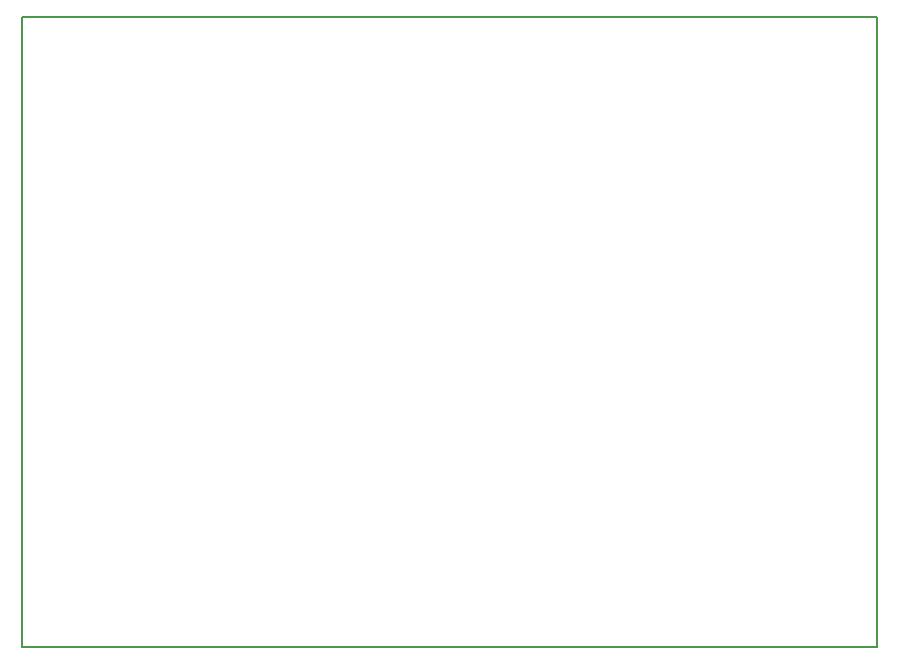
<source format=gbr>
G04 #@! TF.GenerationSoftware,KiCad,Pcbnew,5.1.3-ffb9f22~84~ubuntu19.04.1*
G04 #@! TF.CreationDate,2019-08-06T17:14:25+02:00*
G04 #@! TF.ProjectId,420-transmitter,3432302d-7472-4616-9e73-6d6974746572,rev?*
G04 #@! TF.SameCoordinates,Original*
G04 #@! TF.FileFunction,Profile,NP*
%FSLAX46Y46*%
G04 Gerber Fmt 4.6, Leading zero omitted, Abs format (unit mm)*
G04 Created by KiCad (PCBNEW 5.1.3-ffb9f22~84~ubuntu19.04.1) date 2019-08-06 17:14:25*
%MOMM*%
%LPD*%
G04 APERTURE LIST*
%ADD10C,0.150000*%
G04 APERTURE END LIST*
D10*
X137780000Y-107620000D02*
X210180000Y-107620000D01*
X137780000Y-54220000D02*
X137780000Y-107620000D01*
X210180000Y-54220000D02*
X137780000Y-54220000D01*
X210180000Y-107620000D02*
X210180000Y-54220000D01*
M02*

</source>
